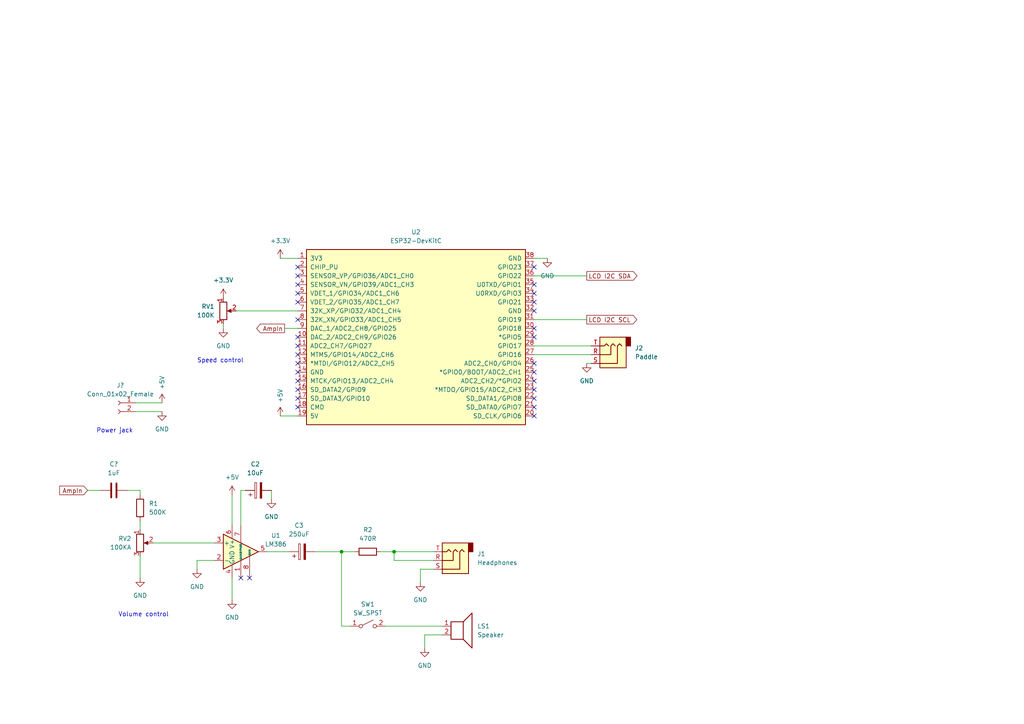
<source format=kicad_sch>
(kicad_sch (version 20211123) (generator eeschema)

  (uuid b49ae5d3-766a-4d64-94d4-9c78dafb6c46)

  (paper "A4")

  (lib_symbols
    (symbol "Amplifier_Audio:LM386" (pin_names (offset 0.127)) (in_bom yes) (on_board yes)
      (property "Reference" "U" (id 0) (at 1.27 7.62 0)
        (effects (font (size 1.27 1.27)) (justify left))
      )
      (property "Value" "LM386" (id 1) (at 1.27 5.08 0)
        (effects (font (size 1.27 1.27)) (justify left))
      )
      (property "Footprint" "" (id 2) (at 2.54 2.54 0)
        (effects (font (size 1.27 1.27)) hide)
      )
      (property "Datasheet" "http://www.ti.com/lit/ds/symlink/lm386.pdf" (id 3) (at 5.08 5.08 0)
        (effects (font (size 1.27 1.27)) hide)
      )
      (property "ki_keywords" "single Power opamp" (id 4) (at 0 0 0)
        (effects (font (size 1.27 1.27)) hide)
      )
      (property "ki_description" "Low Voltage Audio Power Amplifier, DIP-8/SOIC-8/SSOP-8" (id 5) (at 0 0 0)
        (effects (font (size 1.27 1.27)) hide)
      )
      (property "ki_fp_filters" "SOIC*3.9x4.9mm*P1.27mm* DIP*W7.62mm* MSSOP*P0.65mm* TSSOP*3x3mm*P0.5mm*" (id 6) (at 0 0 0)
        (effects (font (size 1.27 1.27)) hide)
      )
      (symbol "LM386_0_1"
        (polyline
          (pts
            (xy 5.08 0)
            (xy -5.08 5.08)
            (xy -5.08 -5.08)
            (xy 5.08 0)
          )
          (stroke (width 0.254) (type default) (color 0 0 0 0))
          (fill (type background))
        )
      )
      (symbol "LM386_1_1"
        (pin input line (at 0 -7.62 90) (length 5.08)
          (name "GAIN" (effects (font (size 0.508 0.508))))
          (number "1" (effects (font (size 1.27 1.27))))
        )
        (pin input line (at -7.62 -2.54 0) (length 2.54)
          (name "-" (effects (font (size 1.27 1.27))))
          (number "2" (effects (font (size 1.27 1.27))))
        )
        (pin input line (at -7.62 2.54 0) (length 2.54)
          (name "+" (effects (font (size 1.27 1.27))))
          (number "3" (effects (font (size 1.27 1.27))))
        )
        (pin power_in line (at -2.54 -7.62 90) (length 3.81)
          (name "GND" (effects (font (size 1.27 1.27))))
          (number "4" (effects (font (size 1.27 1.27))))
        )
        (pin output line (at 7.62 0 180) (length 2.54)
          (name "~" (effects (font (size 1.27 1.27))))
          (number "5" (effects (font (size 1.27 1.27))))
        )
        (pin power_in line (at -2.54 7.62 270) (length 3.81)
          (name "V+" (effects (font (size 1.27 1.27))))
          (number "6" (effects (font (size 1.27 1.27))))
        )
        (pin input line (at 0 7.62 270) (length 5.08)
          (name "BYPASS" (effects (font (size 0.508 0.508))))
          (number "7" (effects (font (size 1.27 1.27))))
        )
        (pin input line (at 2.54 -7.62 90) (length 6.35)
          (name "GAIN" (effects (font (size 0.508 0.508))))
          (number "8" (effects (font (size 1.27 1.27))))
        )
      )
    )
    (symbol "Connector:AudioJack3" (in_bom yes) (on_board yes)
      (property "Reference" "J" (id 0) (at 0 8.89 0)
        (effects (font (size 1.27 1.27)))
      )
      (property "Value" "AudioJack3" (id 1) (at 0 6.35 0)
        (effects (font (size 1.27 1.27)))
      )
      (property "Footprint" "" (id 2) (at 0 0 0)
        (effects (font (size 1.27 1.27)) hide)
      )
      (property "Datasheet" "~" (id 3) (at 0 0 0)
        (effects (font (size 1.27 1.27)) hide)
      )
      (property "ki_keywords" "audio jack receptacle stereo headphones phones TRS connector" (id 4) (at 0 0 0)
        (effects (font (size 1.27 1.27)) hide)
      )
      (property "ki_description" "Audio Jack, 3 Poles (Stereo / TRS)" (id 5) (at 0 0 0)
        (effects (font (size 1.27 1.27)) hide)
      )
      (property "ki_fp_filters" "Jack*" (id 6) (at 0 0 0)
        (effects (font (size 1.27 1.27)) hide)
      )
      (symbol "AudioJack3_0_1"
        (rectangle (start -5.08 -5.08) (end -6.35 -2.54)
          (stroke (width 0.254) (type default) (color 0 0 0 0))
          (fill (type outline))
        )
        (polyline
          (pts
            (xy 0 -2.54)
            (xy 0.635 -3.175)
            (xy 1.27 -2.54)
            (xy 2.54 -2.54)
          )
          (stroke (width 0.254) (type default) (color 0 0 0 0))
          (fill (type none))
        )
        (polyline
          (pts
            (xy -1.905 -2.54)
            (xy -1.27 -3.175)
            (xy -0.635 -2.54)
            (xy -0.635 0)
            (xy 2.54 0)
          )
          (stroke (width 0.254) (type default) (color 0 0 0 0))
          (fill (type none))
        )
        (polyline
          (pts
            (xy 2.54 2.54)
            (xy -2.54 2.54)
            (xy -2.54 -2.54)
            (xy -3.175 -3.175)
            (xy -3.81 -2.54)
          )
          (stroke (width 0.254) (type default) (color 0 0 0 0))
          (fill (type none))
        )
        (rectangle (start 2.54 3.81) (end -5.08 -5.08)
          (stroke (width 0.254) (type default) (color 0 0 0 0))
          (fill (type background))
        )
      )
      (symbol "AudioJack3_1_1"
        (pin passive line (at 5.08 0 180) (length 2.54)
          (name "~" (effects (font (size 1.27 1.27))))
          (number "R" (effects (font (size 1.27 1.27))))
        )
        (pin passive line (at 5.08 2.54 180) (length 2.54)
          (name "~" (effects (font (size 1.27 1.27))))
          (number "S" (effects (font (size 1.27 1.27))))
        )
        (pin passive line (at 5.08 -2.54 180) (length 2.54)
          (name "~" (effects (font (size 1.27 1.27))))
          (number "T" (effects (font (size 1.27 1.27))))
        )
      )
    )
    (symbol "Connector:Conn_01x02_Female" (pin_names (offset 1.016) hide) (in_bom yes) (on_board yes)
      (property "Reference" "J" (id 0) (at 0 2.54 0)
        (effects (font (size 1.27 1.27)))
      )
      (property "Value" "Conn_01x02_Female" (id 1) (at 0 -5.08 0)
        (effects (font (size 1.27 1.27)))
      )
      (property "Footprint" "" (id 2) (at 0 0 0)
        (effects (font (size 1.27 1.27)) hide)
      )
      (property "Datasheet" "~" (id 3) (at 0 0 0)
        (effects (font (size 1.27 1.27)) hide)
      )
      (property "ki_keywords" "connector" (id 4) (at 0 0 0)
        (effects (font (size 1.27 1.27)) hide)
      )
      (property "ki_description" "Generic connector, single row, 01x02, script generated (kicad-library-utils/schlib/autogen/connector/)" (id 5) (at 0 0 0)
        (effects (font (size 1.27 1.27)) hide)
      )
      (property "ki_fp_filters" "Connector*:*_1x??_*" (id 6) (at 0 0 0)
        (effects (font (size 1.27 1.27)) hide)
      )
      (symbol "Conn_01x02_Female_1_1"
        (arc (start 0 -2.032) (mid -0.508 -2.54) (end 0 -3.048)
          (stroke (width 0.1524) (type default) (color 0 0 0 0))
          (fill (type none))
        )
        (polyline
          (pts
            (xy -1.27 -2.54)
            (xy -0.508 -2.54)
          )
          (stroke (width 0.1524) (type default) (color 0 0 0 0))
          (fill (type none))
        )
        (polyline
          (pts
            (xy -1.27 0)
            (xy -0.508 0)
          )
          (stroke (width 0.1524) (type default) (color 0 0 0 0))
          (fill (type none))
        )
        (arc (start 0 0.508) (mid -0.508 0) (end 0 -0.508)
          (stroke (width 0.1524) (type default) (color 0 0 0 0))
          (fill (type none))
        )
        (pin passive line (at -5.08 0 0) (length 3.81)
          (name "Pin_1" (effects (font (size 1.27 1.27))))
          (number "1" (effects (font (size 1.27 1.27))))
        )
        (pin passive line (at -5.08 -2.54 0) (length 3.81)
          (name "Pin_2" (effects (font (size 1.27 1.27))))
          (number "2" (effects (font (size 1.27 1.27))))
        )
      )
    )
    (symbol "Device:C" (pin_numbers hide) (pin_names (offset 0.254)) (in_bom yes) (on_board yes)
      (property "Reference" "C" (id 0) (at 0.635 2.54 0)
        (effects (font (size 1.27 1.27)) (justify left))
      )
      (property "Value" "C" (id 1) (at 0.635 -2.54 0)
        (effects (font (size 1.27 1.27)) (justify left))
      )
      (property "Footprint" "" (id 2) (at 0.9652 -3.81 0)
        (effects (font (size 1.27 1.27)) hide)
      )
      (property "Datasheet" "~" (id 3) (at 0 0 0)
        (effects (font (size 1.27 1.27)) hide)
      )
      (property "ki_keywords" "cap capacitor" (id 4) (at 0 0 0)
        (effects (font (size 1.27 1.27)) hide)
      )
      (property "ki_description" "Unpolarized capacitor" (id 5) (at 0 0 0)
        (effects (font (size 1.27 1.27)) hide)
      )
      (property "ki_fp_filters" "C_*" (id 6) (at 0 0 0)
        (effects (font (size 1.27 1.27)) hide)
      )
      (symbol "C_0_1"
        (polyline
          (pts
            (xy -2.032 -0.762)
            (xy 2.032 -0.762)
          )
          (stroke (width 0.508) (type default) (color 0 0 0 0))
          (fill (type none))
        )
        (polyline
          (pts
            (xy -2.032 0.762)
            (xy 2.032 0.762)
          )
          (stroke (width 0.508) (type default) (color 0 0 0 0))
          (fill (type none))
        )
      )
      (symbol "C_1_1"
        (pin passive line (at 0 3.81 270) (length 2.794)
          (name "~" (effects (font (size 1.27 1.27))))
          (number "1" (effects (font (size 1.27 1.27))))
        )
        (pin passive line (at 0 -3.81 90) (length 2.794)
          (name "~" (effects (font (size 1.27 1.27))))
          (number "2" (effects (font (size 1.27 1.27))))
        )
      )
    )
    (symbol "Device:C_Polarized" (pin_numbers hide) (pin_names (offset 0.254)) (in_bom yes) (on_board yes)
      (property "Reference" "C" (id 0) (at 0.635 2.54 0)
        (effects (font (size 1.27 1.27)) (justify left))
      )
      (property "Value" "C_Polarized" (id 1) (at 0.635 -2.54 0)
        (effects (font (size 1.27 1.27)) (justify left))
      )
      (property "Footprint" "" (id 2) (at 0.9652 -3.81 0)
        (effects (font (size 1.27 1.27)) hide)
      )
      (property "Datasheet" "~" (id 3) (at 0 0 0)
        (effects (font (size 1.27 1.27)) hide)
      )
      (property "ki_keywords" "cap capacitor" (id 4) (at 0 0 0)
        (effects (font (size 1.27 1.27)) hide)
      )
      (property "ki_description" "Polarized capacitor" (id 5) (at 0 0 0)
        (effects (font (size 1.27 1.27)) hide)
      )
      (property "ki_fp_filters" "CP_*" (id 6) (at 0 0 0)
        (effects (font (size 1.27 1.27)) hide)
      )
      (symbol "C_Polarized_0_1"
        (rectangle (start -2.286 0.508) (end 2.286 1.016)
          (stroke (width 0) (type default) (color 0 0 0 0))
          (fill (type none))
        )
        (polyline
          (pts
            (xy -1.778 2.286)
            (xy -0.762 2.286)
          )
          (stroke (width 0) (type default) (color 0 0 0 0))
          (fill (type none))
        )
        (polyline
          (pts
            (xy -1.27 2.794)
            (xy -1.27 1.778)
          )
          (stroke (width 0) (type default) (color 0 0 0 0))
          (fill (type none))
        )
        (rectangle (start 2.286 -0.508) (end -2.286 -1.016)
          (stroke (width 0) (type default) (color 0 0 0 0))
          (fill (type outline))
        )
      )
      (symbol "C_Polarized_1_1"
        (pin passive line (at 0 3.81 270) (length 2.794)
          (name "~" (effects (font (size 1.27 1.27))))
          (number "1" (effects (font (size 1.27 1.27))))
        )
        (pin passive line (at 0 -3.81 90) (length 2.794)
          (name "~" (effects (font (size 1.27 1.27))))
          (number "2" (effects (font (size 1.27 1.27))))
        )
      )
    )
    (symbol "Device:R" (pin_numbers hide) (pin_names (offset 0)) (in_bom yes) (on_board yes)
      (property "Reference" "R" (id 0) (at 2.032 0 90)
        (effects (font (size 1.27 1.27)))
      )
      (property "Value" "R" (id 1) (at 0 0 90)
        (effects (font (size 1.27 1.27)))
      )
      (property "Footprint" "" (id 2) (at -1.778 0 90)
        (effects (font (size 1.27 1.27)) hide)
      )
      (property "Datasheet" "~" (id 3) (at 0 0 0)
        (effects (font (size 1.27 1.27)) hide)
      )
      (property "ki_keywords" "R res resistor" (id 4) (at 0 0 0)
        (effects (font (size 1.27 1.27)) hide)
      )
      (property "ki_description" "Resistor" (id 5) (at 0 0 0)
        (effects (font (size 1.27 1.27)) hide)
      )
      (property "ki_fp_filters" "R_*" (id 6) (at 0 0 0)
        (effects (font (size 1.27 1.27)) hide)
      )
      (symbol "R_0_1"
        (rectangle (start -1.016 -2.54) (end 1.016 2.54)
          (stroke (width 0.254) (type default) (color 0 0 0 0))
          (fill (type none))
        )
      )
      (symbol "R_1_1"
        (pin passive line (at 0 3.81 270) (length 1.27)
          (name "~" (effects (font (size 1.27 1.27))))
          (number "1" (effects (font (size 1.27 1.27))))
        )
        (pin passive line (at 0 -3.81 90) (length 1.27)
          (name "~" (effects (font (size 1.27 1.27))))
          (number "2" (effects (font (size 1.27 1.27))))
        )
      )
    )
    (symbol "Device:R_Potentiometer" (pin_names (offset 1.016) hide) (in_bom yes) (on_board yes)
      (property "Reference" "RV" (id 0) (at -4.445 0 90)
        (effects (font (size 1.27 1.27)))
      )
      (property "Value" "R_Potentiometer" (id 1) (at -2.54 0 90)
        (effects (font (size 1.27 1.27)))
      )
      (property "Footprint" "" (id 2) (at 0 0 0)
        (effects (font (size 1.27 1.27)) hide)
      )
      (property "Datasheet" "~" (id 3) (at 0 0 0)
        (effects (font (size 1.27 1.27)) hide)
      )
      (property "ki_keywords" "resistor variable" (id 4) (at 0 0 0)
        (effects (font (size 1.27 1.27)) hide)
      )
      (property "ki_description" "Potentiometer" (id 5) (at 0 0 0)
        (effects (font (size 1.27 1.27)) hide)
      )
      (property "ki_fp_filters" "Potentiometer*" (id 6) (at 0 0 0)
        (effects (font (size 1.27 1.27)) hide)
      )
      (symbol "R_Potentiometer_0_1"
        (polyline
          (pts
            (xy 2.54 0)
            (xy 1.524 0)
          )
          (stroke (width 0) (type default) (color 0 0 0 0))
          (fill (type none))
        )
        (polyline
          (pts
            (xy 1.143 0)
            (xy 2.286 0.508)
            (xy 2.286 -0.508)
            (xy 1.143 0)
          )
          (stroke (width 0) (type default) (color 0 0 0 0))
          (fill (type outline))
        )
        (rectangle (start 1.016 2.54) (end -1.016 -2.54)
          (stroke (width 0.254) (type default) (color 0 0 0 0))
          (fill (type none))
        )
      )
      (symbol "R_Potentiometer_1_1"
        (pin passive line (at 0 3.81 270) (length 1.27)
          (name "1" (effects (font (size 1.27 1.27))))
          (number "1" (effects (font (size 1.27 1.27))))
        )
        (pin passive line (at 3.81 0 180) (length 1.27)
          (name "2" (effects (font (size 1.27 1.27))))
          (number "2" (effects (font (size 1.27 1.27))))
        )
        (pin passive line (at 0 -3.81 90) (length 1.27)
          (name "3" (effects (font (size 1.27 1.27))))
          (number "3" (effects (font (size 1.27 1.27))))
        )
      )
    )
    (symbol "Device:Speaker" (pin_names (offset 0) hide) (in_bom yes) (on_board yes)
      (property "Reference" "LS" (id 0) (at 1.27 5.715 0)
        (effects (font (size 1.27 1.27)) (justify right))
      )
      (property "Value" "Speaker" (id 1) (at 1.27 3.81 0)
        (effects (font (size 1.27 1.27)) (justify right))
      )
      (property "Footprint" "" (id 2) (at 0 -5.08 0)
        (effects (font (size 1.27 1.27)) hide)
      )
      (property "Datasheet" "~" (id 3) (at -0.254 -1.27 0)
        (effects (font (size 1.27 1.27)) hide)
      )
      (property "ki_keywords" "speaker sound" (id 4) (at 0 0 0)
        (effects (font (size 1.27 1.27)) hide)
      )
      (property "ki_description" "Speaker" (id 5) (at 0 0 0)
        (effects (font (size 1.27 1.27)) hide)
      )
      (symbol "Speaker_0_0"
        (rectangle (start -2.54 1.27) (end 1.016 -3.81)
          (stroke (width 0.254) (type default) (color 0 0 0 0))
          (fill (type none))
        )
        (polyline
          (pts
            (xy 1.016 1.27)
            (xy 3.556 3.81)
            (xy 3.556 -6.35)
            (xy 1.016 -3.81)
          )
          (stroke (width 0.254) (type default) (color 0 0 0 0))
          (fill (type none))
        )
      )
      (symbol "Speaker_1_1"
        (pin input line (at -5.08 0 0) (length 2.54)
          (name "1" (effects (font (size 1.27 1.27))))
          (number "1" (effects (font (size 1.27 1.27))))
        )
        (pin input line (at -5.08 -2.54 0) (length 2.54)
          (name "2" (effects (font (size 1.27 1.27))))
          (number "2" (effects (font (size 1.27 1.27))))
        )
      )
    )
    (symbol "Espressif:ESP32-DevKitC" (pin_names (offset 1.016)) (in_bom yes) (on_board yes)
      (property "Reference" "U" (id 0) (at -30.48 30.48 0)
        (effects (font (size 1.27 1.27)) (justify left))
      )
      (property "Value" "ESP32-DevKitC" (id 1) (at -30.48 27.94 0)
        (effects (font (size 1.27 1.27)) (justify left))
      )
      (property "Footprint" "Espressif:ESP32-DevKitC" (id 2) (at 0 -27.94 0)
        (effects (font (size 1.27 1.27)) hide)
      )
      (property "Datasheet" "https://docs.espressif.com/projects/esp-idf/zh_CN/latest/esp32/hw-reference/esp32/get-started-devkitc.html" (id 3) (at 0 -30.48 0)
        (effects (font (size 1.27 1.27)) hide)
      )
      (property "ki_keywords" "ESP32" (id 4) (at 0 0 0)
        (effects (font (size 1.27 1.27)) hide)
      )
      (property "ki_description" "Development Kit" (id 5) (at 0 0 0)
        (effects (font (size 1.27 1.27)) hide)
      )
      (symbol "ESP32-DevKitC_0_0"
        (pin power_in line (at -33.02 -10.16 0) (length 2.54)
          (name "GND" (effects (font (size 1.27 1.27))))
          (number "14" (effects (font (size 1.27 1.27))))
        )
        (pin power_in line (at -33.02 -22.86 0) (length 2.54)
          (name "5V" (effects (font (size 1.27 1.27))))
          (number "19" (effects (font (size 1.27 1.27))))
        )
      )
      (symbol "ESP32-DevKitC_0_1"
        (rectangle (start -30.48 25.4) (end 33.02 -25.4)
          (stroke (width 0.254) (type default) (color 0 0 0 0))
          (fill (type background))
        )
      )
      (symbol "ESP32-DevKitC_1_1"
        (pin power_in line (at -33.02 22.86 0) (length 2.54)
          (name "3V3" (effects (font (size 1.27 1.27))))
          (number "1" (effects (font (size 1.27 1.27))))
        )
        (pin bidirectional line (at -33.02 0 0) (length 2.54)
          (name "DAC_2/ADC2_CH9/GPIO26" (effects (font (size 1.27 1.27))))
          (number "10" (effects (font (size 1.27 1.27))))
        )
        (pin bidirectional line (at -33.02 -2.54 0) (length 2.54)
          (name "ADC2_CH7/GPIO27" (effects (font (size 1.27 1.27))))
          (number "11" (effects (font (size 1.27 1.27))))
        )
        (pin bidirectional line (at -33.02 -5.08 0) (length 2.54)
          (name "MTMS/GPIO14/ADC2_CH6" (effects (font (size 1.27 1.27))))
          (number "12" (effects (font (size 1.27 1.27))))
        )
        (pin bidirectional line (at -33.02 -7.62 0) (length 2.54)
          (name "*MTDI/GPIO12/ADC2_CH5" (effects (font (size 1.27 1.27))))
          (number "13" (effects (font (size 1.27 1.27))))
        )
        (pin bidirectional line (at -33.02 -12.7 0) (length 2.54)
          (name "MTCK/GPIO13/ADC2_CH4" (effects (font (size 1.27 1.27))))
          (number "15" (effects (font (size 1.27 1.27))))
        )
        (pin bidirectional line (at -33.02 -15.24 0) (length 2.54)
          (name "SD_DATA2/GPIO9" (effects (font (size 1.27 1.27))))
          (number "16" (effects (font (size 1.27 1.27))))
        )
        (pin bidirectional line (at -33.02 -17.78 0) (length 2.54)
          (name "SD_DATA3/GPIO10" (effects (font (size 1.27 1.27))))
          (number "17" (effects (font (size 1.27 1.27))))
        )
        (pin bidirectional line (at -33.02 -20.32 0) (length 2.54)
          (name "CMD" (effects (font (size 1.27 1.27))))
          (number "18" (effects (font (size 1.27 1.27))))
        )
        (pin input line (at -33.02 20.32 0) (length 2.54)
          (name "CHIP_PU" (effects (font (size 1.27 1.27))))
          (number "2" (effects (font (size 1.27 1.27))))
        )
        (pin bidirectional line (at 35.56 -22.86 180) (length 2.54)
          (name "SD_CLK/GPIO6" (effects (font (size 1.27 1.27))))
          (number "20" (effects (font (size 1.27 1.27))))
        )
        (pin bidirectional line (at 35.56 -20.32 180) (length 2.54)
          (name "SD_DATA0/GPIO7" (effects (font (size 1.27 1.27))))
          (number "21" (effects (font (size 1.27 1.27))))
        )
        (pin bidirectional line (at 35.56 -17.78 180) (length 2.54)
          (name "SD_DATA1/GPIO8" (effects (font (size 1.27 1.27))))
          (number "22" (effects (font (size 1.27 1.27))))
        )
        (pin bidirectional line (at 35.56 -15.24 180) (length 2.54)
          (name "*MTDO/GPIO15/ADC2_CH3" (effects (font (size 1.27 1.27))))
          (number "23" (effects (font (size 1.27 1.27))))
        )
        (pin bidirectional line (at 35.56 -12.7 180) (length 2.54)
          (name "ADC2_CH2/*GPIO2" (effects (font (size 1.27 1.27))))
          (number "24" (effects (font (size 1.27 1.27))))
        )
        (pin bidirectional line (at 35.56 -10.16 180) (length 2.54)
          (name "*GPIO0/BOOT/ADC2_CH1" (effects (font (size 1.27 1.27))))
          (number "25" (effects (font (size 1.27 1.27))))
        )
        (pin bidirectional line (at 35.56 -7.62 180) (length 2.54)
          (name "ADC2_CH0/GPIO4" (effects (font (size 1.27 1.27))))
          (number "26" (effects (font (size 1.27 1.27))))
        )
        (pin bidirectional line (at 35.56 -5.08 180) (length 2.54)
          (name "GPIO16" (effects (font (size 1.27 1.27))))
          (number "27" (effects (font (size 1.27 1.27))))
        )
        (pin bidirectional line (at 35.56 -2.54 180) (length 2.54)
          (name "GPIO17" (effects (font (size 1.27 1.27))))
          (number "28" (effects (font (size 1.27 1.27))))
        )
        (pin bidirectional line (at 35.56 0 180) (length 2.54)
          (name "*GPIO5" (effects (font (size 1.27 1.27))))
          (number "29" (effects (font (size 1.27 1.27))))
        )
        (pin input line (at -33.02 17.78 0) (length 2.54)
          (name "SENSOR_VP/GPIO36/ADC1_CH0" (effects (font (size 1.27 1.27))))
          (number "3" (effects (font (size 1.27 1.27))))
        )
        (pin bidirectional line (at 35.56 2.54 180) (length 2.54)
          (name "GPIO18" (effects (font (size 1.27 1.27))))
          (number "30" (effects (font (size 1.27 1.27))))
        )
        (pin bidirectional line (at 35.56 5.08 180) (length 2.54)
          (name "GPIO19" (effects (font (size 1.27 1.27))))
          (number "31" (effects (font (size 1.27 1.27))))
        )
        (pin power_in line (at 35.56 7.62 180) (length 2.54)
          (name "GND" (effects (font (size 1.27 1.27))))
          (number "32" (effects (font (size 1.27 1.27))))
        )
        (pin bidirectional line (at 35.56 10.16 180) (length 2.54)
          (name "GPIO21" (effects (font (size 1.27 1.27))))
          (number "33" (effects (font (size 1.27 1.27))))
        )
        (pin bidirectional line (at 35.56 12.7 180) (length 2.54)
          (name "U0RXD/GPIO3" (effects (font (size 1.27 1.27))))
          (number "34" (effects (font (size 1.27 1.27))))
        )
        (pin bidirectional line (at 35.56 15.24 180) (length 2.54)
          (name "U0TXD/GPIO1" (effects (font (size 1.27 1.27))))
          (number "35" (effects (font (size 1.27 1.27))))
        )
        (pin bidirectional line (at 35.56 17.78 180) (length 2.54)
          (name "GPIO22" (effects (font (size 1.27 1.27))))
          (number "36" (effects (font (size 1.27 1.27))))
        )
        (pin bidirectional line (at 35.56 20.32 180) (length 2.54)
          (name "GPIO23" (effects (font (size 1.27 1.27))))
          (number "37" (effects (font (size 1.27 1.27))))
        )
        (pin power_in line (at 35.56 22.86 180) (length 2.54)
          (name "GND" (effects (font (size 1.27 1.27))))
          (number "38" (effects (font (size 1.27 1.27))))
        )
        (pin input line (at -33.02 15.24 0) (length 2.54)
          (name "SENSOR_VN/GPIO39/ADC1_CH3" (effects (font (size 1.27 1.27))))
          (number "4" (effects (font (size 1.27 1.27))))
        )
        (pin input line (at -33.02 12.7 0) (length 2.54)
          (name "VDET_1/GPIO34/ADC1_CH6" (effects (font (size 1.27 1.27))))
          (number "5" (effects (font (size 1.27 1.27))))
        )
        (pin input line (at -33.02 10.16 0) (length 2.54)
          (name "VDET_2/GPIO35/ADC1_CH7" (effects (font (size 1.27 1.27))))
          (number "6" (effects (font (size 1.27 1.27))))
        )
        (pin bidirectional line (at -33.02 7.62 0) (length 2.54)
          (name "32K_XP/GPIO32/ADC1_CH4" (effects (font (size 1.27 1.27))))
          (number "7" (effects (font (size 1.27 1.27))))
        )
        (pin bidirectional line (at -33.02 5.08 0) (length 2.54)
          (name "32K_XN/GPIO33/ADC1_CH5" (effects (font (size 1.27 1.27))))
          (number "8" (effects (font (size 1.27 1.27))))
        )
        (pin bidirectional line (at -33.02 2.54 0) (length 2.54)
          (name "DAC_1/ADC2_CH8/GPIO25" (effects (font (size 1.27 1.27))))
          (number "9" (effects (font (size 1.27 1.27))))
        )
      )
    )
    (symbol "Switch:SW_SPST" (pin_names (offset 0) hide) (in_bom yes) (on_board yes)
      (property "Reference" "SW" (id 0) (at 0 3.175 0)
        (effects (font (size 1.27 1.27)))
      )
      (property "Value" "SW_SPST" (id 1) (at 0 -2.54 0)
        (effects (font (size 1.27 1.27)))
      )
      (property "Footprint" "" (id 2) (at 0 0 0)
        (effects (font (size 1.27 1.27)) hide)
      )
      (property "Datasheet" "~" (id 3) (at 0 0 0)
        (effects (font (size 1.27 1.27)) hide)
      )
      (property "ki_keywords" "switch lever" (id 4) (at 0 0 0)
        (effects (font (size 1.27 1.27)) hide)
      )
      (property "ki_description" "Single Pole Single Throw (SPST) switch" (id 5) (at 0 0 0)
        (effects (font (size 1.27 1.27)) hide)
      )
      (symbol "SW_SPST_0_0"
        (circle (center -2.032 0) (radius 0.508)
          (stroke (width 0) (type default) (color 0 0 0 0))
          (fill (type none))
        )
        (polyline
          (pts
            (xy -1.524 0.254)
            (xy 1.524 1.778)
          )
          (stroke (width 0) (type default) (color 0 0 0 0))
          (fill (type none))
        )
        (circle (center 2.032 0) (radius 0.508)
          (stroke (width 0) (type default) (color 0 0 0 0))
          (fill (type none))
        )
      )
      (symbol "SW_SPST_1_1"
        (pin passive line (at -5.08 0 0) (length 2.54)
          (name "A" (effects (font (size 1.27 1.27))))
          (number "1" (effects (font (size 1.27 1.27))))
        )
        (pin passive line (at 5.08 0 180) (length 2.54)
          (name "B" (effects (font (size 1.27 1.27))))
          (number "2" (effects (font (size 1.27 1.27))))
        )
      )
    )
    (symbol "power:+3.3V" (power) (pin_names (offset 0)) (in_bom yes) (on_board yes)
      (property "Reference" "#PWR" (id 0) (at 0 -3.81 0)
        (effects (font (size 1.27 1.27)) hide)
      )
      (property "Value" "+3.3V" (id 1) (at 0 3.556 0)
        (effects (font (size 1.27 1.27)))
      )
      (property "Footprint" "" (id 2) (at 0 0 0)
        (effects (font (size 1.27 1.27)) hide)
      )
      (property "Datasheet" "" (id 3) (at 0 0 0)
        (effects (font (size 1.27 1.27)) hide)
      )
      (property "ki_keywords" "power-flag" (id 4) (at 0 0 0)
        (effects (font (size 1.27 1.27)) hide)
      )
      (property "ki_description" "Power symbol creates a global label with name \"+3.3V\"" (id 5) (at 0 0 0)
        (effects (font (size 1.27 1.27)) hide)
      )
      (symbol "+3.3V_0_1"
        (polyline
          (pts
            (xy -0.762 1.27)
            (xy 0 2.54)
          )
          (stroke (width 0) (type default) (color 0 0 0 0))
          (fill (type none))
        )
        (polyline
          (pts
            (xy 0 0)
            (xy 0 2.54)
          )
          (stroke (width 0) (type default) (color 0 0 0 0))
          (fill (type none))
        )
        (polyline
          (pts
            (xy 0 2.54)
            (xy 0.762 1.27)
          )
          (stroke (width 0) (type default) (color 0 0 0 0))
          (fill (type none))
        )
      )
      (symbol "+3.3V_1_1"
        (pin power_in line (at 0 0 90) (length 0) hide
          (name "+3.3V" (effects (font (size 1.27 1.27))))
          (number "1" (effects (font (size 1.27 1.27))))
        )
      )
    )
    (symbol "power:+5V" (power) (pin_names (offset 0)) (in_bom yes) (on_board yes)
      (property "Reference" "#PWR" (id 0) (at 0 -3.81 0)
        (effects (font (size 1.27 1.27)) hide)
      )
      (property "Value" "+5V" (id 1) (at 0 3.556 0)
        (effects (font (size 1.27 1.27)))
      )
      (property "Footprint" "" (id 2) (at 0 0 0)
        (effects (font (size 1.27 1.27)) hide)
      )
      (property "Datasheet" "" (id 3) (at 0 0 0)
        (effects (font (size 1.27 1.27)) hide)
      )
      (property "ki_keywords" "power-flag" (id 4) (at 0 0 0)
        (effects (font (size 1.27 1.27)) hide)
      )
      (property "ki_description" "Power symbol creates a global label with name \"+5V\"" (id 5) (at 0 0 0)
        (effects (font (size 1.27 1.27)) hide)
      )
      (symbol "+5V_0_1"
        (polyline
          (pts
            (xy -0.762 1.27)
            (xy 0 2.54)
          )
          (stroke (width 0) (type default) (color 0 0 0 0))
          (fill (type none))
        )
        (polyline
          (pts
            (xy 0 0)
            (xy 0 2.54)
          )
          (stroke (width 0) (type default) (color 0 0 0 0))
          (fill (type none))
        )
        (polyline
          (pts
            (xy 0 2.54)
            (xy 0.762 1.27)
          )
          (stroke (width 0) (type default) (color 0 0 0 0))
          (fill (type none))
        )
      )
      (symbol "+5V_1_1"
        (pin power_in line (at 0 0 90) (length 0) hide
          (name "+5V" (effects (font (size 1.27 1.27))))
          (number "1" (effects (font (size 1.27 1.27))))
        )
      )
    )
    (symbol "power:GND" (power) (pin_names (offset 0)) (in_bom yes) (on_board yes)
      (property "Reference" "#PWR" (id 0) (at 0 -6.35 0)
        (effects (font (size 1.27 1.27)) hide)
      )
      (property "Value" "GND" (id 1) (at 0 -3.81 0)
        (effects (font (size 1.27 1.27)))
      )
      (property "Footprint" "" (id 2) (at 0 0 0)
        (effects (font (size 1.27 1.27)) hide)
      )
      (property "Datasheet" "" (id 3) (at 0 0 0)
        (effects (font (size 1.27 1.27)) hide)
      )
      (property "ki_keywords" "power-flag" (id 4) (at 0 0 0)
        (effects (font (size 1.27 1.27)) hide)
      )
      (property "ki_description" "Power symbol creates a global label with name \"GND\" , ground" (id 5) (at 0 0 0)
        (effects (font (size 1.27 1.27)) hide)
      )
      (symbol "GND_0_1"
        (polyline
          (pts
            (xy 0 0)
            (xy 0 -1.27)
            (xy 1.27 -1.27)
            (xy 0 -2.54)
            (xy -1.27 -1.27)
            (xy 0 -1.27)
          )
          (stroke (width 0) (type default) (color 0 0 0 0))
          (fill (type none))
        )
      )
      (symbol "GND_1_1"
        (pin power_in line (at 0 0 270) (length 0) hide
          (name "GND" (effects (font (size 1.27 1.27))))
          (number "1" (effects (font (size 1.27 1.27))))
        )
      )
    )
  )

  (junction (at 114.3 160.02) (diameter 0) (color 0 0 0 0)
    (uuid 56c2ffe4-2855-43c6-864d-a753f54513fa)
  )
  (junction (at 99.06 160.02) (diameter 0) (color 0 0 0 0)
    (uuid 89dbd1a0-a0b4-454d-af77-4307ed1007f3)
  )

  (no_connect (at 86.36 115.57) (uuid 413523a0-49b3-4384-9813-0397a638364a))
  (no_connect (at 86.36 107.95) (uuid 413523a0-49b3-4384-9813-0397a638364b))
  (no_connect (at 154.94 90.17) (uuid 50e162db-f3b2-44f7-a3c1-73e63d385767))
  (no_connect (at 154.94 97.79) (uuid 50e162db-f3b2-44f7-a3c1-73e63d385768))
  (no_connect (at 154.94 95.25) (uuid 50e162db-f3b2-44f7-a3c1-73e63d385769))
  (no_connect (at 154.94 113.03) (uuid 50e162db-f3b2-44f7-a3c1-73e63d38576a))
  (no_connect (at 154.94 120.65) (uuid 50e162db-f3b2-44f7-a3c1-73e63d38576b))
  (no_connect (at 154.94 118.11) (uuid 50e162db-f3b2-44f7-a3c1-73e63d38576c))
  (no_connect (at 154.94 115.57) (uuid 50e162db-f3b2-44f7-a3c1-73e63d38576d))
  (no_connect (at 154.94 105.41) (uuid 50e162db-f3b2-44f7-a3c1-73e63d38576e))
  (no_connect (at 154.94 110.49) (uuid 50e162db-f3b2-44f7-a3c1-73e63d38576f))
  (no_connect (at 154.94 107.95) (uuid 50e162db-f3b2-44f7-a3c1-73e63d385770))
  (no_connect (at 154.94 77.47) (uuid 50e162db-f3b2-44f7-a3c1-73e63d385771))
  (no_connect (at 154.94 87.63) (uuid 50e162db-f3b2-44f7-a3c1-73e63d385772))
  (no_connect (at 154.94 85.09) (uuid 50e162db-f3b2-44f7-a3c1-73e63d385773))
  (no_connect (at 154.94 82.55) (uuid 50e162db-f3b2-44f7-a3c1-73e63d385774))
  (no_connect (at 86.36 77.47) (uuid a4679b5b-60b2-4441-a1da-4924a5c72451))
  (no_connect (at 86.36 80.01) (uuid a4679b5b-60b2-4441-a1da-4924a5c72452))
  (no_connect (at 86.36 82.55) (uuid a4679b5b-60b2-4441-a1da-4924a5c72453))
  (no_connect (at 86.36 85.09) (uuid a4679b5b-60b2-4441-a1da-4924a5c72454))
  (no_connect (at 86.36 87.63) (uuid a4679b5b-60b2-4441-a1da-4924a5c72455))
  (no_connect (at 86.36 92.71) (uuid a4679b5b-60b2-4441-a1da-4924a5c72456))
  (no_connect (at 86.36 97.79) (uuid a4679b5b-60b2-4441-a1da-4924a5c72457))
  (no_connect (at 86.36 100.33) (uuid a4679b5b-60b2-4441-a1da-4924a5c72458))
  (no_connect (at 86.36 102.87) (uuid a4679b5b-60b2-4441-a1da-4924a5c72459))
  (no_connect (at 86.36 105.41) (uuid a4679b5b-60b2-4441-a1da-4924a5c7245a))
  (no_connect (at 86.36 113.03) (uuid a4679b5b-60b2-4441-a1da-4924a5c7245b))
  (no_connect (at 86.36 110.49) (uuid a4679b5b-60b2-4441-a1da-4924a5c7245c))
  (no_connect (at 86.36 118.11) (uuid a4679b5b-60b2-4441-a1da-4924a5c7245d))
  (no_connect (at 72.39 167.64) (uuid a8be0d38-2ce4-42cd-ba79-3a90479dc828))
  (no_connect (at 69.85 167.64) (uuid a8be0d38-2ce4-42cd-ba79-3a90479dc829))

  (wire (pts (xy 110.49 160.02) (xy 114.3 160.02))
    (stroke (width 0) (type default) (color 0 0 0 0))
    (uuid 01c90378-859f-47cc-afa3-8607ddb56ffd)
  )
  (wire (pts (xy 36.83 142.24) (xy 40.64 142.24))
    (stroke (width 0) (type default) (color 0 0 0 0))
    (uuid 023b5f0d-a251-42b4-b6ef-82874a533935)
  )
  (wire (pts (xy 67.31 143.51) (xy 67.31 152.4))
    (stroke (width 0) (type default) (color 0 0 0 0))
    (uuid 057b8da0-4ffd-4502-91c4-e8454c649ec9)
  )
  (wire (pts (xy 99.06 181.61) (xy 101.6 181.61))
    (stroke (width 0) (type default) (color 0 0 0 0))
    (uuid 104774a5-447b-4dde-80bd-ae329a4b1992)
  )
  (wire (pts (xy 25.4 142.24) (xy 29.21 142.24))
    (stroke (width 0) (type default) (color 0 0 0 0))
    (uuid 11080abe-d099-4320-aa63-eb4c2a915385)
  )
  (wire (pts (xy 39.37 116.84) (xy 46.99 116.84))
    (stroke (width 0) (type default) (color 0 0 0 0))
    (uuid 12e915f8-8eb7-4e1f-b9fd-adc56de70fba)
  )
  (wire (pts (xy 121.92 165.1) (xy 121.92 168.91))
    (stroke (width 0) (type default) (color 0 0 0 0))
    (uuid 169531ab-1554-4c55-9d03-e3095debf32a)
  )
  (wire (pts (xy 158.75 74.93) (xy 154.94 74.93))
    (stroke (width 0) (type default) (color 0 0 0 0))
    (uuid 1b418152-4d02-45cd-a7d7-6eff9ca6e7da)
  )
  (wire (pts (xy 125.73 162.56) (xy 114.3 162.56))
    (stroke (width 0) (type default) (color 0 0 0 0))
    (uuid 1eaff9d4-c285-4c20-a620-df3a22966746)
  )
  (wire (pts (xy 57.15 165.1) (xy 57.15 162.56))
    (stroke (width 0) (type default) (color 0 0 0 0))
    (uuid 221e6054-3c99-466e-bc31-880375db9869)
  )
  (wire (pts (xy 40.64 151.13) (xy 40.64 153.67))
    (stroke (width 0) (type default) (color 0 0 0 0))
    (uuid 28149e32-676a-429d-9c13-1f3ac944d2d2)
  )
  (wire (pts (xy 123.19 184.15) (xy 128.27 184.15))
    (stroke (width 0) (type default) (color 0 0 0 0))
    (uuid 3649e618-20b2-4c01-b936-035d0f788c74)
  )
  (wire (pts (xy 67.31 167.64) (xy 67.31 173.99))
    (stroke (width 0) (type default) (color 0 0 0 0))
    (uuid 390ba5e9-24a5-4f4f-98f2-4435e7ceb503)
  )
  (wire (pts (xy 154.94 80.01) (xy 170.18 80.01))
    (stroke (width 0) (type default) (color 0 0 0 0))
    (uuid 3b12f60a-3b9f-47fe-9cf7-faabbb804504)
  )
  (wire (pts (xy 64.77 93.98) (xy 64.77 95.25))
    (stroke (width 0) (type default) (color 0 0 0 0))
    (uuid 42679339-8350-4c60-9719-c8ea312d5dcf)
  )
  (wire (pts (xy 114.3 160.02) (xy 125.73 160.02))
    (stroke (width 0) (type default) (color 0 0 0 0))
    (uuid 48a23d7d-5068-43f7-b9f2-56e0464a89a6)
  )
  (wire (pts (xy 125.73 165.1) (xy 121.92 165.1))
    (stroke (width 0) (type default) (color 0 0 0 0))
    (uuid 4c3e073e-dfad-4d45-8764-4c2bb0de8694)
  )
  (wire (pts (xy 99.06 160.02) (xy 102.87 160.02))
    (stroke (width 0) (type default) (color 0 0 0 0))
    (uuid 537bcdfe-62c4-436d-bcf0-a9549b10cccd)
  )
  (wire (pts (xy 81.28 120.65) (xy 86.36 120.65))
    (stroke (width 0) (type default) (color 0 0 0 0))
    (uuid 597c8607-20d4-4606-9cfa-3177ed3d9fe2)
  )
  (wire (pts (xy 154.94 92.71) (xy 170.18 92.71))
    (stroke (width 0) (type default) (color 0 0 0 0))
    (uuid 615b7415-9c93-4b56-a24e-592cd7029c18)
  )
  (wire (pts (xy 44.45 157.48) (xy 62.23 157.48))
    (stroke (width 0) (type default) (color 0 0 0 0))
    (uuid 659073df-1eef-48ab-ae8a-daba45b5ce99)
  )
  (wire (pts (xy 154.94 100.33) (xy 171.45 100.33))
    (stroke (width 0) (type default) (color 0 0 0 0))
    (uuid 7e0b9eab-9b34-426c-b744-4976b3f54038)
  )
  (wire (pts (xy 114.3 160.02) (xy 114.3 162.56))
    (stroke (width 0) (type default) (color 0 0 0 0))
    (uuid 85ab2a4d-2d0f-417a-810c-4e709401e4a5)
  )
  (wire (pts (xy 86.36 90.17) (xy 68.58 90.17))
    (stroke (width 0) (type default) (color 0 0 0 0))
    (uuid 94dc137a-7299-4149-9023-caf6f446d82d)
  )
  (wire (pts (xy 91.44 160.02) (xy 99.06 160.02))
    (stroke (width 0) (type default) (color 0 0 0 0))
    (uuid 9dcb4dde-a567-4513-a5d7-5f7faf8ee7c9)
  )
  (wire (pts (xy 40.64 161.29) (xy 40.64 167.64))
    (stroke (width 0) (type default) (color 0 0 0 0))
    (uuid a1872019-67f9-4344-b58a-06ce79aa2aa5)
  )
  (wire (pts (xy 154.94 102.87) (xy 171.45 102.87))
    (stroke (width 0) (type default) (color 0 0 0 0))
    (uuid a1e7da7c-cc8e-43e6-8302-3b55813737a5)
  )
  (wire (pts (xy 40.64 142.24) (xy 40.64 143.51))
    (stroke (width 0) (type default) (color 0 0 0 0))
    (uuid b057a7c3-e154-4597-899d-7e46f3a1401e)
  )
  (wire (pts (xy 39.37 119.38) (xy 46.99 119.38))
    (stroke (width 0) (type default) (color 0 0 0 0))
    (uuid b25d8b0c-9411-4159-a646-fbb711448f5c)
  )
  (wire (pts (xy 99.06 181.61) (xy 99.06 160.02))
    (stroke (width 0) (type default) (color 0 0 0 0))
    (uuid b80f8a64-5834-4e65-bf21-343355c3f6d1)
  )
  (wire (pts (xy 69.85 142.24) (xy 69.85 152.4))
    (stroke (width 0) (type default) (color 0 0 0 0))
    (uuid b92cc014-82d6-4f75-b61e-cb054be1e6b3)
  )
  (wire (pts (xy 81.28 74.93) (xy 86.36 74.93))
    (stroke (width 0) (type default) (color 0 0 0 0))
    (uuid b97ccdd4-797b-4131-8c92-9268ae7b1e8b)
  )
  (wire (pts (xy 170.18 105.41) (xy 171.45 105.41))
    (stroke (width 0) (type default) (color 0 0 0 0))
    (uuid bd429eb7-baf6-416a-b5ad-7e5576ba743a)
  )
  (wire (pts (xy 82.55 95.25) (xy 86.36 95.25))
    (stroke (width 0) (type default) (color 0 0 0 0))
    (uuid d2eea800-2db0-4eda-8888-7ef46962fdbe)
  )
  (wire (pts (xy 71.12 142.24) (xy 69.85 142.24))
    (stroke (width 0) (type default) (color 0 0 0 0))
    (uuid d3e5774d-edd9-4d81-bbf9-ab8142a3fe01)
  )
  (wire (pts (xy 123.19 187.96) (xy 123.19 184.15))
    (stroke (width 0) (type default) (color 0 0 0 0))
    (uuid da65b920-2039-46e9-83fa-1c5f62bf0faa)
  )
  (wire (pts (xy 78.74 142.24) (xy 78.74 144.78))
    (stroke (width 0) (type default) (color 0 0 0 0))
    (uuid ec36378a-fbcc-47d6-9c1f-a5ffb970bfcf)
  )
  (wire (pts (xy 77.47 160.02) (xy 83.82 160.02))
    (stroke (width 0) (type default) (color 0 0 0 0))
    (uuid ecc3b007-f922-4fad-aee4-b54a4a3a6f30)
  )
  (wire (pts (xy 57.15 162.56) (xy 62.23 162.56))
    (stroke (width 0) (type default) (color 0 0 0 0))
    (uuid f4126899-0343-4982-a830-a66b9beaefb6)
  )
  (wire (pts (xy 111.76 181.61) (xy 128.27 181.61))
    (stroke (width 0) (type default) (color 0 0 0 0))
    (uuid fbcd0fdf-1fd2-42ba-82a6-d0f24a8ae2a8)
  )

  (text "Volume control" (at 34.29 179.07 0)
    (effects (font (size 1.27 1.27)) (justify left bottom))
    (uuid 105279fa-147d-4f22-a8f5-d4d5c1be3f64)
  )
  (text "Speed control" (at 57.15 105.41 0)
    (effects (font (size 1.27 1.27)) (justify left bottom))
    (uuid 12dcc7ed-17ac-48ce-8234-50bc4031b752)
  )
  (text "Power jack\n" (at 27.94 125.73 0)
    (effects (font (size 1.27 1.27)) (justify left bottom))
    (uuid 8b4ae065-2efa-463b-b1ac-13b52734d833)
  )

  (global_label "LCD I2C SDA" (shape output) (at 170.18 80.01 0) (fields_autoplaced)
    (effects (font (size 1.27 1.27)) (justify left))
    (uuid 1bfe78aa-3198-4c6c-97fa-91489de318b8)
    (property "Intersheet References" "${INTERSHEET_REFS}" (id 0) (at 184.7488 79.9306 0)
      (effects (font (size 1.27 1.27)) (justify left) hide)
    )
  )
  (global_label "AmpIn" (shape output) (at 82.55 95.25 180) (fields_autoplaced)
    (effects (font (size 1.27 1.27)) (justify right))
    (uuid 716ba5fb-1512-4451-98a7-311ddba878fb)
    (property "Intersheet References" "${INTERSHEET_REFS}" (id 0) (at 74.4521 95.1706 0)
      (effects (font (size 1.27 1.27)) (justify right) hide)
    )
  )
  (global_label "LCD I2C SCL" (shape output) (at 170.18 92.71 0) (fields_autoplaced)
    (effects (font (size 1.27 1.27)) (justify left))
    (uuid b2b74936-a792-4486-a003-a4f71105f858)
    (property "Intersheet References" "${INTERSHEET_REFS}" (id 0) (at 184.6883 92.6306 0)
      (effects (font (size 1.27 1.27)) (justify left) hide)
    )
  )
  (global_label "AmpIn" (shape input) (at 25.4 142.24 180) (fields_autoplaced)
    (effects (font (size 1.27 1.27)) (justify right))
    (uuid fdd2750a-0c2c-452c-8b91-41933146ebe4)
    (property "Intersheet References" "${INTERSHEET_REFS}" (id 0) (at 17.3021 142.1606 0)
      (effects (font (size 1.27 1.27)) (justify right) hide)
    )
  )

  (symbol (lib_id "Connector:AudioJack3") (at 176.53 102.87 180) (unit 1)
    (in_bom yes) (on_board yes) (fields_autoplaced)
    (uuid 0069f2e3-072c-4c57-a7e2-1bdc10d1143e)
    (property "Reference" "J2" (id 0) (at 184.15 100.9649 0)
      (effects (font (size 1.27 1.27)) (justify right))
    )
    (property "Value" "Paddle" (id 1) (at 184.15 103.5049 0)
      (effects (font (size 1.27 1.27)) (justify right))
    )
    (property "Footprint" "" (id 2) (at 176.53 102.87 0)
      (effects (font (size 1.27 1.27)) hide)
    )
    (property "Datasheet" "~" (id 3) (at 176.53 102.87 0)
      (effects (font (size 1.27 1.27)) hide)
    )
    (pin "R" (uuid ad13f403-825e-4c8a-9dca-2925517eed71))
    (pin "S" (uuid c10cf809-ac90-43af-85e7-29ee646e39ff))
    (pin "T" (uuid c35e1154-ed3d-4535-819b-189aa61b6237))
  )

  (symbol (lib_id "Espressif:ESP32-DevKitC") (at 119.38 97.79 0) (unit 1)
    (in_bom yes) (on_board yes) (fields_autoplaced)
    (uuid 03a3b713-58ac-465f-8fc5-6b37b9c0e95d)
    (property "Reference" "U2" (id 0) (at 120.65 67.31 0))
    (property "Value" "ESP32-DevKitC" (id 1) (at 120.65 69.85 0))
    (property "Footprint" "Espressif:ESP32-DevKitC" (id 2) (at 119.38 125.73 0)
      (effects (font (size 1.27 1.27)) hide)
    )
    (property "Datasheet" "https://docs.espressif.com/projects/esp-idf/zh_CN/latest/esp32/hw-reference/esp32/get-started-devkitc.html" (id 3) (at 119.38 128.27 0)
      (effects (font (size 1.27 1.27)) hide)
    )
    (pin "14" (uuid a36e5d32-bf4d-489c-94e0-ba3acd8ff182))
    (pin "19" (uuid 5e8a39e9-c071-42d6-b1b4-b4c0bbaa238a))
    (pin "1" (uuid 6cb435f5-b7fd-4366-9a6b-2689bc086947))
    (pin "10" (uuid f689a2f5-7e52-43e5-b176-536f3c69f6e9))
    (pin "11" (uuid 66e82d9a-eca8-461d-a2a6-edff17c75076))
    (pin "12" (uuid 3c766954-5862-4f8d-906d-0457ee9f213d))
    (pin "13" (uuid c2c54a14-7b31-4ad6-b5de-7e261286f030))
    (pin "15" (uuid 0e9481f4-a31e-4828-8d83-f98eb10c90b1))
    (pin "16" (uuid f246c6f8-64ea-457c-9d64-3c03b8d7a7b0))
    (pin "17" (uuid e85af266-892e-4d4f-aa3f-444fb1bc099d))
    (pin "18" (uuid c9b833a3-dd7f-4a02-a77d-1508d1beaabc))
    (pin "2" (uuid 4cd150e8-473f-42d6-929b-495aa6523b39))
    (pin "20" (uuid a4c51a2b-f8db-4515-9a71-44d48d10965d))
    (pin "21" (uuid 0bb74a56-d181-4280-a6c4-9e4a7dd52e0d))
    (pin "22" (uuid 70c4324a-47a2-4f07-870d-b2f899ecaefc))
    (pin "23" (uuid 72274ad6-cb32-4e3b-bd87-1a7e32952ac5))
    (pin "24" (uuid d9e0093e-3be8-4f09-9710-b2d8b9e586e5))
    (pin "25" (uuid 5e067eaa-51b4-4426-8d43-106bc5402f1e))
    (pin "26" (uuid 1529a8da-dde5-44e3-bf8e-f5dc7d2f335c))
    (pin "27" (uuid f550b9ba-ef5e-481e-b6dd-47a8a6327cb2))
    (pin "28" (uuid d66541a2-d853-4b39-a484-e23b86d0d782))
    (pin "29" (uuid 0d0d3691-a216-469b-94d6-ec14cab489f4))
    (pin "3" (uuid b6aa5a66-bb7d-4439-b113-b6de9143cd2c))
    (pin "30" (uuid a45d747c-a6ac-484d-b2ad-98cb04eda6f8))
    (pin "31" (uuid 4a66462a-8079-41a7-a687-e958b3d99174))
    (pin "32" (uuid 4a596a11-68bc-4cde-94d2-05eb221991bd))
    (pin "33" (uuid fa1936b2-1965-4578-82b1-d79bc5df0a7e))
    (pin "34" (uuid 4537feda-924d-4059-a0ed-b6fc104671ae))
    (pin "35" (uuid ee21159c-1ce5-4c58-a862-769980d1e387))
    (pin "36" (uuid 05c8047f-118e-44d1-b075-6b7be82618c6))
    (pin "37" (uuid 645bf562-009f-4474-bac6-02d41d6a77d1))
    (pin "38" (uuid f184f771-e79b-4c5d-9fba-238d3baa4405))
    (pin "4" (uuid b8366392-e2e2-4629-b4e6-7eef4ec4c557))
    (pin "5" (uuid 73f4e0f4-671b-4bfc-9ac2-ea80d99b22c3))
    (pin "6" (uuid 2ae652fb-716b-4576-a5fc-50bbede665fa))
    (pin "7" (uuid a4c5c167-629a-47ea-a374-99967a540199))
    (pin "8" (uuid 794e4683-f56f-4b31-8f91-1a0a5a5f9106))
    (pin "9" (uuid a0fd7fb5-1098-4e96-93fb-5290f6cd449d))
  )

  (symbol (lib_id "Device:C_Polarized") (at 87.63 160.02 90) (unit 1)
    (in_bom yes) (on_board yes) (fields_autoplaced)
    (uuid 03ce4dac-7da5-41cb-8d95-0afba788c331)
    (property "Reference" "C3" (id 0) (at 86.741 152.4 90))
    (property "Value" "250uF" (id 1) (at 86.741 154.94 90))
    (property "Footprint" "" (id 2) (at 91.44 159.0548 0)
      (effects (font (size 1.27 1.27)) hide)
    )
    (property "Datasheet" "~" (id 3) (at 87.63 160.02 0)
      (effects (font (size 1.27 1.27)) hide)
    )
    (pin "1" (uuid 7be39020-36fd-4f7a-81a2-62952cdf29bc))
    (pin "2" (uuid b10caeab-d9db-443d-8b69-406951604054))
  )

  (symbol (lib_id "power:GND") (at 158.75 74.93 0) (unit 1)
    (in_bom yes) (on_board yes) (fields_autoplaced)
    (uuid 04102b33-cbfc-49c6-afe4-b1acd17b39d0)
    (property "Reference" "#PWR011" (id 0) (at 158.75 81.28 0)
      (effects (font (size 1.27 1.27)) hide)
    )
    (property "Value" "GND" (id 1) (at 158.75 80.01 0))
    (property "Footprint" "" (id 2) (at 158.75 74.93 0)
      (effects (font (size 1.27 1.27)) hide)
    )
    (property "Datasheet" "" (id 3) (at 158.75 74.93 0)
      (effects (font (size 1.27 1.27)) hide)
    )
    (pin "1" (uuid 8f23a951-8308-463a-99a0-09a71f3d8e42))
  )

  (symbol (lib_id "Device:R") (at 106.68 160.02 90) (unit 1)
    (in_bom yes) (on_board yes) (fields_autoplaced)
    (uuid 12be8a0f-30fa-4c6e-ade9-5a02b03faad7)
    (property "Reference" "R2" (id 0) (at 106.68 153.67 90))
    (property "Value" "470R" (id 1) (at 106.68 156.21 90))
    (property "Footprint" "" (id 2) (at 106.68 161.798 90)
      (effects (font (size 1.27 1.27)) hide)
    )
    (property "Datasheet" "~" (id 3) (at 106.68 160.02 0)
      (effects (font (size 1.27 1.27)) hide)
    )
    (pin "1" (uuid 10d90a3a-6f2a-43ef-8dd2-98f88cae51f9))
    (pin "2" (uuid 4a3e49f3-f87c-4ce2-9517-67b136688265))
  )

  (symbol (lib_id "power:GND") (at 57.15 165.1 0) (unit 1)
    (in_bom yes) (on_board yes) (fields_autoplaced)
    (uuid 29ddb990-bb81-4ce8-acd3-831ad1d37deb)
    (property "Reference" "#PWR04" (id 0) (at 57.15 171.45 0)
      (effects (font (size 1.27 1.27)) hide)
    )
    (property "Value" "GND" (id 1) (at 57.15 170.18 0))
    (property "Footprint" "" (id 2) (at 57.15 165.1 0)
      (effects (font (size 1.27 1.27)) hide)
    )
    (property "Datasheet" "" (id 3) (at 57.15 165.1 0)
      (effects (font (size 1.27 1.27)) hide)
    )
    (pin "1" (uuid 086b3a26-da11-4327-8098-19275573a9d7))
  )

  (symbol (lib_id "Device:C_Polarized") (at 74.93 142.24 90) (unit 1)
    (in_bom yes) (on_board yes) (fields_autoplaced)
    (uuid 2a3e9bda-b267-4895-a809-86fb88da3968)
    (property "Reference" "C2" (id 0) (at 74.041 134.62 90))
    (property "Value" "10uF" (id 1) (at 74.041 137.16 90))
    (property "Footprint" "" (id 2) (at 78.74 141.2748 0)
      (effects (font (size 1.27 1.27)) hide)
    )
    (property "Datasheet" "~" (id 3) (at 74.93 142.24 0)
      (effects (font (size 1.27 1.27)) hide)
    )
    (pin "1" (uuid 85c9ed3a-8141-46d2-bc65-f2e20b1457af))
    (pin "2" (uuid b395bbe9-891e-40c0-ae4e-8ec74f3ff80a))
  )

  (symbol (lib_id "Switch:SW_SPST") (at 106.68 181.61 0) (unit 1)
    (in_bom yes) (on_board yes) (fields_autoplaced)
    (uuid 2d01d3fc-e53c-4d02-950c-8218b212491a)
    (property "Reference" "SW1" (id 0) (at 106.68 175.26 0))
    (property "Value" "SW_SPST" (id 1) (at 106.68 177.8 0))
    (property "Footprint" "" (id 2) (at 106.68 181.61 0)
      (effects (font (size 1.27 1.27)) hide)
    )
    (property "Datasheet" "~" (id 3) (at 106.68 181.61 0)
      (effects (font (size 1.27 1.27)) hide)
    )
    (pin "1" (uuid c9a4cea4-0301-4ae7-8145-f4196f7bcfc1))
    (pin "2" (uuid 9dc92bb1-bdb1-4238-b49c-913783f96292))
  )

  (symbol (lib_id "power:GND") (at 121.92 168.91 0) (unit 1)
    (in_bom yes) (on_board yes) (fields_autoplaced)
    (uuid 2d37340b-302a-42e2-a43b-194dff5b3bb3)
    (property "Reference" "#PWR09" (id 0) (at 121.92 175.26 0)
      (effects (font (size 1.27 1.27)) hide)
    )
    (property "Value" "GND" (id 1) (at 121.92 173.99 0))
    (property "Footprint" "" (id 2) (at 121.92 168.91 0)
      (effects (font (size 1.27 1.27)) hide)
    )
    (property "Datasheet" "" (id 3) (at 121.92 168.91 0)
      (effects (font (size 1.27 1.27)) hide)
    )
    (pin "1" (uuid b0ba21c4-a38b-441d-9ce4-4024621f0173))
  )

  (symbol (lib_id "Device:Speaker") (at 133.35 181.61 0) (unit 1)
    (in_bom yes) (on_board yes) (fields_autoplaced)
    (uuid 3a65dd4e-4a9c-44eb-b3ba-4df3fe547863)
    (property "Reference" "LS1" (id 0) (at 138.43 181.6099 0)
      (effects (font (size 1.27 1.27)) (justify left))
    )
    (property "Value" "Speaker" (id 1) (at 138.43 184.1499 0)
      (effects (font (size 1.27 1.27)) (justify left))
    )
    (property "Footprint" "" (id 2) (at 133.35 186.69 0)
      (effects (font (size 1.27 1.27)) hide)
    )
    (property "Datasheet" "~" (id 3) (at 133.096 182.88 0)
      (effects (font (size 1.27 1.27)) hide)
    )
    (pin "1" (uuid 1b6a5b36-dc00-4db9-900e-298039e5ce25))
    (pin "2" (uuid 6bf9d27b-2e23-4889-8518-650fc4752b0d))
  )

  (symbol (lib_id "power:+5V") (at 67.31 143.51 0) (unit 1)
    (in_bom yes) (on_board yes) (fields_autoplaced)
    (uuid 4a1e287a-a9c1-4644-86ec-02aa31f6635c)
    (property "Reference" "#PWR05" (id 0) (at 67.31 147.32 0)
      (effects (font (size 1.27 1.27)) hide)
    )
    (property "Value" "+5V" (id 1) (at 67.31 138.43 0))
    (property "Footprint" "" (id 2) (at 67.31 143.51 0)
      (effects (font (size 1.27 1.27)) hide)
    )
    (property "Datasheet" "" (id 3) (at 67.31 143.51 0)
      (effects (font (size 1.27 1.27)) hide)
    )
    (pin "1" (uuid 81360a90-bba7-4f81-8cb1-6fc10c2e208b))
  )

  (symbol (lib_id "power:+5V") (at 46.99 116.84 0) (unit 1)
    (in_bom yes) (on_board yes)
    (uuid 4fd8459b-3833-4cec-b889-5d101f3e1c81)
    (property "Reference" "#PWR?" (id 0) (at 46.99 120.65 0)
      (effects (font (size 1.27 1.27)) hide)
    )
    (property "Value" "+5V" (id 1) (at 46.9901 113.03 90)
      (effects (font (size 1.27 1.27)) (justify left))
    )
    (property "Footprint" "" (id 2) (at 46.99 116.84 0)
      (effects (font (size 1.27 1.27)) hide)
    )
    (property "Datasheet" "" (id 3) (at 46.99 116.84 0)
      (effects (font (size 1.27 1.27)) hide)
    )
    (pin "1" (uuid 07a2bb86-09c0-4361-a784-d4a179f1eb93))
  )

  (symbol (lib_id "Device:R_Potentiometer") (at 64.77 90.17 0) (unit 1)
    (in_bom yes) (on_board yes) (fields_autoplaced)
    (uuid 55a067d7-1203-4121-9aa2-143c1d9c5d3b)
    (property "Reference" "RV1" (id 0) (at 62.23 88.8999 0)
      (effects (font (size 1.27 1.27)) (justify right))
    )
    (property "Value" "100K" (id 1) (at 62.23 91.4399 0)
      (effects (font (size 1.27 1.27)) (justify right))
    )
    (property "Footprint" "" (id 2) (at 64.77 90.17 0)
      (effects (font (size 1.27 1.27)) hide)
    )
    (property "Datasheet" "~" (id 3) (at 64.77 90.17 0)
      (effects (font (size 1.27 1.27)) hide)
    )
    (pin "1" (uuid 9e31ab56-cab7-41f5-acc6-b3e50201b6e7))
    (pin "2" (uuid 07e00788-fad7-434c-934f-2642afe57f92))
    (pin "3" (uuid 0c970ad5-91cf-49ea-b48b-abec5bdaaa31))
  )

  (symbol (lib_id "power:GND") (at 170.18 105.41 0) (unit 1)
    (in_bom yes) (on_board yes) (fields_autoplaced)
    (uuid 6503c8ef-95d8-44bb-9b58-4893138f8e66)
    (property "Reference" "#PWR012" (id 0) (at 170.18 111.76 0)
      (effects (font (size 1.27 1.27)) hide)
    )
    (property "Value" "GND" (id 1) (at 170.18 110.49 0))
    (property "Footprint" "" (id 2) (at 170.18 105.41 0)
      (effects (font (size 1.27 1.27)) hide)
    )
    (property "Datasheet" "" (id 3) (at 170.18 105.41 0)
      (effects (font (size 1.27 1.27)) hide)
    )
    (pin "1" (uuid d1e35a9c-1f95-4a51-8a72-ff723af40996))
  )

  (symbol (lib_id "power:+5V") (at 81.28 120.65 0) (unit 1)
    (in_bom yes) (on_board yes)
    (uuid 6a71fbfd-932e-4dd2-b1fe-a2c688d61dbf)
    (property "Reference" "#PWR08" (id 0) (at 81.28 124.46 0)
      (effects (font (size 1.27 1.27)) hide)
    )
    (property "Value" "+5V" (id 1) (at 81.2801 116.84 90)
      (effects (font (size 1.27 1.27)) (justify left))
    )
    (property "Footprint" "" (id 2) (at 81.28 120.65 0)
      (effects (font (size 1.27 1.27)) hide)
    )
    (property "Datasheet" "" (id 3) (at 81.28 120.65 0)
      (effects (font (size 1.27 1.27)) hide)
    )
    (pin "1" (uuid b228d516-6530-407f-b780-4f54a31cbe41))
  )

  (symbol (lib_id "power:GND") (at 40.64 167.64 0) (unit 1)
    (in_bom yes) (on_board yes) (fields_autoplaced)
    (uuid 77664421-3dae-4356-bfb2-95fffaaee22e)
    (property "Reference" "#PWR03" (id 0) (at 40.64 173.99 0)
      (effects (font (size 1.27 1.27)) hide)
    )
    (property "Value" "GND" (id 1) (at 40.64 172.72 0))
    (property "Footprint" "" (id 2) (at 40.64 167.64 0)
      (effects (font (size 1.27 1.27)) hide)
    )
    (property "Datasheet" "" (id 3) (at 40.64 167.64 0)
      (effects (font (size 1.27 1.27)) hide)
    )
    (pin "1" (uuid 82f749e3-f652-43eb-9fc9-4e760fdf11e1))
  )

  (symbol (lib_id "Connector:Conn_01x02_Female") (at 34.29 116.84 0) (mirror y) (unit 1)
    (in_bom yes) (on_board yes) (fields_autoplaced)
    (uuid 7c7691b7-926d-4349-8eb8-94f751df947b)
    (property "Reference" "J?" (id 0) (at 34.925 111.76 0))
    (property "Value" "Conn_01x02_Female" (id 1) (at 34.925 114.3 0))
    (property "Footprint" "" (id 2) (at 34.29 116.84 0)
      (effects (font (size 1.27 1.27)) hide)
    )
    (property "Datasheet" "~" (id 3) (at 34.29 116.84 0)
      (effects (font (size 1.27 1.27)) hide)
    )
    (pin "1" (uuid d957e84f-e1b3-447f-807a-48431a1f2e99))
    (pin "2" (uuid 331e862d-094b-4290-8795-9a0fc957bcdb))
  )

  (symbol (lib_id "power:GND") (at 67.31 173.99 0) (unit 1)
    (in_bom yes) (on_board yes) (fields_autoplaced)
    (uuid 82256367-b7ad-4884-b3b3-b1092c7f86fd)
    (property "Reference" "#PWR06" (id 0) (at 67.31 180.34 0)
      (effects (font (size 1.27 1.27)) hide)
    )
    (property "Value" "GND" (id 1) (at 67.31 179.07 0))
    (property "Footprint" "" (id 2) (at 67.31 173.99 0)
      (effects (font (size 1.27 1.27)) hide)
    )
    (property "Datasheet" "" (id 3) (at 67.31 173.99 0)
      (effects (font (size 1.27 1.27)) hide)
    )
    (pin "1" (uuid 6ec83594-5d50-427d-8513-bd46e0a0bcd0))
  )

  (symbol (lib_id "power:GND") (at 123.19 187.96 0) (unit 1)
    (in_bom yes) (on_board yes) (fields_autoplaced)
    (uuid 87254b15-4697-4283-93c1-d8749e8e5207)
    (property "Reference" "#PWR010" (id 0) (at 123.19 194.31 0)
      (effects (font (size 1.27 1.27)) hide)
    )
    (property "Value" "GND" (id 1) (at 123.19 193.04 0))
    (property "Footprint" "" (id 2) (at 123.19 187.96 0)
      (effects (font (size 1.27 1.27)) hide)
    )
    (property "Datasheet" "" (id 3) (at 123.19 187.96 0)
      (effects (font (size 1.27 1.27)) hide)
    )
    (pin "1" (uuid 21fbd60c-eff3-4ce6-bd3d-dfe8e9c796c3))
  )

  (symbol (lib_id "power:GND") (at 64.77 95.25 0) (unit 1)
    (in_bom yes) (on_board yes) (fields_autoplaced)
    (uuid 93740deb-3bfa-43b3-9ddd-aea2cce3abc4)
    (property "Reference" "#PWR02" (id 0) (at 64.77 101.6 0)
      (effects (font (size 1.27 1.27)) hide)
    )
    (property "Value" "GND" (id 1) (at 64.77 100.33 0))
    (property "Footprint" "" (id 2) (at 64.77 95.25 0)
      (effects (font (size 1.27 1.27)) hide)
    )
    (property "Datasheet" "" (id 3) (at 64.77 95.25 0)
      (effects (font (size 1.27 1.27)) hide)
    )
    (pin "1" (uuid 2edec109-4729-45ef-bb04-7478e3a25a18))
  )

  (symbol (lib_id "power:GND") (at 46.99 119.38 0) (unit 1)
    (in_bom yes) (on_board yes) (fields_autoplaced)
    (uuid a019eb88-6e75-4d02-9986-86f702f444e5)
    (property "Reference" "#PWR?" (id 0) (at 46.99 125.73 0)
      (effects (font (size 1.27 1.27)) hide)
    )
    (property "Value" "GND" (id 1) (at 46.99 124.46 0))
    (property "Footprint" "" (id 2) (at 46.99 119.38 0)
      (effects (font (size 1.27 1.27)) hide)
    )
    (property "Datasheet" "" (id 3) (at 46.99 119.38 0)
      (effects (font (size 1.27 1.27)) hide)
    )
    (pin "1" (uuid 79546924-8d8e-41ea-9b56-08ebd51822ef))
  )

  (symbol (lib_id "Device:R") (at 40.64 147.32 0) (unit 1)
    (in_bom yes) (on_board yes) (fields_autoplaced)
    (uuid a7d9acf7-73ca-4e57-85d2-0b89f96e1d00)
    (property "Reference" "R1" (id 0) (at 43.18 146.0499 0)
      (effects (font (size 1.27 1.27)) (justify left))
    )
    (property "Value" "500K" (id 1) (at 43.18 148.5899 0)
      (effects (font (size 1.27 1.27)) (justify left))
    )
    (property "Footprint" "" (id 2) (at 38.862 147.32 90)
      (effects (font (size 1.27 1.27)) hide)
    )
    (property "Datasheet" "~" (id 3) (at 40.64 147.32 0)
      (effects (font (size 1.27 1.27)) hide)
    )
    (pin "1" (uuid d0fcc832-a69e-4a0d-91e0-d6c75a048273))
    (pin "2" (uuid b89f38dc-2d8b-41dc-b85c-12029bea9855))
  )

  (symbol (lib_id "Device:R_Potentiometer") (at 40.64 157.48 0) (unit 1)
    (in_bom yes) (on_board yes) (fields_autoplaced)
    (uuid c3a23a1b-6135-40a9-9087-264f39c5281d)
    (property "Reference" "RV2" (id 0) (at 38.1 156.2099 0)
      (effects (font (size 1.27 1.27)) (justify right))
    )
    (property "Value" "100KA" (id 1) (at 38.1 158.7499 0)
      (effects (font (size 1.27 1.27)) (justify right))
    )
    (property "Footprint" "" (id 2) (at 40.64 157.48 0)
      (effects (font (size 1.27 1.27)) hide)
    )
    (property "Datasheet" "~" (id 3) (at 40.64 157.48 0)
      (effects (font (size 1.27 1.27)) hide)
    )
    (pin "1" (uuid 7cb851b3-99e3-45ad-89ed-ccccfa896b8a))
    (pin "2" (uuid 4394c797-11f0-44c3-8cc7-587b49117387))
    (pin "3" (uuid 9f17a664-6793-40da-8d57-69c521c29588))
  )

  (symbol (lib_id "power:+3.3V") (at 64.77 86.36 0) (unit 1)
    (in_bom yes) (on_board yes) (fields_autoplaced)
    (uuid d9fce907-e430-45eb-9145-8c2eb9ad46ed)
    (property "Reference" "#PWR01" (id 0) (at 64.77 90.17 0)
      (effects (font (size 1.27 1.27)) hide)
    )
    (property "Value" "+3.3V" (id 1) (at 64.77 81.28 0))
    (property "Footprint" "" (id 2) (at 64.77 86.36 0)
      (effects (font (size 1.27 1.27)) hide)
    )
    (property "Datasheet" "" (id 3) (at 64.77 86.36 0)
      (effects (font (size 1.27 1.27)) hide)
    )
    (pin "1" (uuid e7e7c0c9-d853-4384-aab3-d9887997bea7))
  )

  (symbol (lib_id "Connector:AudioJack3") (at 130.81 162.56 180) (unit 1)
    (in_bom yes) (on_board yes) (fields_autoplaced)
    (uuid da9d9ff9-237f-4856-96d5-55b1f4f0f8d4)
    (property "Reference" "J1" (id 0) (at 138.43 160.6549 0)
      (effects (font (size 1.27 1.27)) (justify right))
    )
    (property "Value" "Headphones" (id 1) (at 138.43 163.1949 0)
      (effects (font (size 1.27 1.27)) (justify right))
    )
    (property "Footprint" "" (id 2) (at 130.81 162.56 0)
      (effects (font (size 1.27 1.27)) hide)
    )
    (property "Datasheet" "~" (id 3) (at 130.81 162.56 0)
      (effects (font (size 1.27 1.27)) hide)
    )
    (pin "R" (uuid 405988b3-e395-41c6-8d25-cb4570836169))
    (pin "S" (uuid 3c47edb5-dbb9-4210-986e-d04b3491c7e2))
    (pin "T" (uuid c3ccf79f-bf5d-4000-bed1-9f7b14db01ed))
  )

  (symbol (lib_id "power:GND") (at 78.74 144.78 0) (unit 1)
    (in_bom yes) (on_board yes) (fields_autoplaced)
    (uuid dab9686d-5f14-41a3-9b6a-988b82f24ff3)
    (property "Reference" "#PWR07" (id 0) (at 78.74 151.13 0)
      (effects (font (size 1.27 1.27)) hide)
    )
    (property "Value" "GND" (id 1) (at 78.74 149.86 0))
    (property "Footprint" "" (id 2) (at 78.74 144.78 0)
      (effects (font (size 1.27 1.27)) hide)
    )
    (property "Datasheet" "" (id 3) (at 78.74 144.78 0)
      (effects (font (size 1.27 1.27)) hide)
    )
    (pin "1" (uuid 19d06e3d-3d4d-42c4-b837-a8306dce05a2))
  )

  (symbol (lib_id "Device:C") (at 33.02 142.24 90) (unit 1)
    (in_bom yes) (on_board yes) (fields_autoplaced)
    (uuid e53a5005-8a28-413b-9f3b-ee5772dd75c1)
    (property "Reference" "C?" (id 0) (at 33.02 134.62 90))
    (property "Value" "1uF" (id 1) (at 33.02 137.16 90))
    (property "Footprint" "" (id 2) (at 36.83 141.2748 0)
      (effects (font (size 1.27 1.27)) hide)
    )
    (property "Datasheet" "~" (id 3) (at 33.02 142.24 0)
      (effects (font (size 1.27 1.27)) hide)
    )
    (pin "1" (uuid b628c492-438e-46eb-a3e0-a8d2ca873991))
    (pin "2" (uuid c6386ed7-27db-462b-825e-89678a47de34))
  )

  (symbol (lib_id "Amplifier_Audio:LM386") (at 69.85 160.02 0) (unit 1)
    (in_bom yes) (on_board yes) (fields_autoplaced)
    (uuid f7c8a82e-4909-45a3-a08e-8cf0bfcaf9b1)
    (property "Reference" "U1" (id 0) (at 80.01 155.321 0))
    (property "Value" "LM386" (id 1) (at 80.01 157.861 0))
    (property "Footprint" "" (id 2) (at 72.39 157.48 0)
      (effects (font (size 1.27 1.27)) hide)
    )
    (property "Datasheet" "http://www.ti.com/lit/ds/symlink/lm386.pdf" (id 3) (at 74.93 154.94 0)
      (effects (font (size 1.27 1.27)) hide)
    )
    (pin "1" (uuid cbf2d751-4b83-4b22-bbda-409e70e16c9f))
    (pin "2" (uuid c0bc1d1b-4c72-49ac-a19d-39119f02e98c))
    (pin "3" (uuid 66ca44c9-d619-4a78-93cc-2a31d31c8c8c))
    (pin "4" (uuid 0bee32f1-f397-4825-8a78-d41f6ce4c944))
    (pin "5" (uuid 6dfb6ed5-572d-4a8c-b0d0-26704874c90d))
    (pin "6" (uuid 47f19d0a-d039-46b8-883a-0b12a50e7ffd))
    (pin "7" (uuid 4c5e87d5-e149-4980-a631-813025bed60f))
    (pin "8" (uuid 01b50705-93b9-407f-a235-4c6a8f95acca))
  )

  (symbol (lib_id "power:+3.3V") (at 81.28 74.93 0) (unit 1)
    (in_bom yes) (on_board yes) (fields_autoplaced)
    (uuid fd618ba1-943f-4104-b189-6127cc8e3388)
    (property "Reference" "#PWR?" (id 0) (at 81.28 78.74 0)
      (effects (font (size 1.27 1.27)) hide)
    )
    (property "Value" "+3.3V" (id 1) (at 81.28 69.85 0))
    (property "Footprint" "" (id 2) (at 81.28 74.93 0)
      (effects (font (size 1.27 1.27)) hide)
    )
    (property "Datasheet" "" (id 3) (at 81.28 74.93 0)
      (effects (font (size 1.27 1.27)) hide)
    )
    (pin "1" (uuid 030ae36a-e3c9-4959-84bd-1c7020610066))
  )

  (sheet_instances
    (path "/" (page "1"))
  )

  (symbol_instances
    (path "/d9fce907-e430-45eb-9145-8c2eb9ad46ed"
      (reference "#PWR01") (unit 1) (value "+3.3V") (footprint "")
    )
    (path "/93740deb-3bfa-43b3-9ddd-aea2cce3abc4"
      (reference "#PWR02") (unit 1) (value "GND") (footprint "")
    )
    (path "/77664421-3dae-4356-bfb2-95fffaaee22e"
      (reference "#PWR03") (unit 1) (value "GND") (footprint "")
    )
    (path "/29ddb990-bb81-4ce8-acd3-831ad1d37deb"
      (reference "#PWR04") (unit 1) (value "GND") (footprint "")
    )
    (path "/4a1e287a-a9c1-4644-86ec-02aa31f6635c"
      (reference "#PWR05") (unit 1) (value "+5V") (footprint "")
    )
    (path "/82256367-b7ad-4884-b3b3-b1092c7f86fd"
      (reference "#PWR06") (unit 1) (value "GND") (footprint "")
    )
    (path "/dab9686d-5f14-41a3-9b6a-988b82f24ff3"
      (reference "#PWR07") (unit 1) (value "GND") (footprint "")
    )
    (path "/6a71fbfd-932e-4dd2-b1fe-a2c688d61dbf"
      (reference "#PWR08") (unit 1) (value "+5V") (footprint "")
    )
    (path "/2d37340b-302a-42e2-a43b-194dff5b3bb3"
      (reference "#PWR09") (unit 1) (value "GND") (footprint "")
    )
    (path "/87254b15-4697-4283-93c1-d8749e8e5207"
      (reference "#PWR010") (unit 1) (value "GND") (footprint "")
    )
    (path "/04102b33-cbfc-49c6-afe4-b1acd17b39d0"
      (reference "#PWR011") (unit 1) (value "GND") (footprint "")
    )
    (path "/6503c8ef-95d8-44bb-9b58-4893138f8e66"
      (reference "#PWR012") (unit 1) (value "GND") (footprint "")
    )
    (path "/4fd8459b-3833-4cec-b889-5d101f3e1c81"
      (reference "#PWR?") (unit 1) (value "+5V") (footprint "")
    )
    (path "/a019eb88-6e75-4d02-9986-86f702f444e5"
      (reference "#PWR?") (unit 1) (value "GND") (footprint "")
    )
    (path "/fd618ba1-943f-4104-b189-6127cc8e3388"
      (reference "#PWR?") (unit 1) (value "+3.3V") (footprint "")
    )
    (path "/2a3e9bda-b267-4895-a809-86fb88da3968"
      (reference "C2") (unit 1) (value "10uF") (footprint "")
    )
    (path "/03ce4dac-7da5-41cb-8d95-0afba788c331"
      (reference "C3") (unit 1) (value "250uF") (footprint "")
    )
    (path "/e53a5005-8a28-413b-9f3b-ee5772dd75c1"
      (reference "C?") (unit 1) (value "1uF") (footprint "")
    )
    (path "/da9d9ff9-237f-4856-96d5-55b1f4f0f8d4"
      (reference "J1") (unit 1) (value "Headphones") (footprint "")
    )
    (path "/0069f2e3-072c-4c57-a7e2-1bdc10d1143e"
      (reference "J2") (unit 1) (value "Paddle") (footprint "")
    )
    (path "/7c7691b7-926d-4349-8eb8-94f751df947b"
      (reference "J?") (unit 1) (value "Conn_01x02_Female") (footprint "")
    )
    (path "/3a65dd4e-4a9c-44eb-b3ba-4df3fe547863"
      (reference "LS1") (unit 1) (value "Speaker") (footprint "")
    )
    (path "/a7d9acf7-73ca-4e57-85d2-0b89f96e1d00"
      (reference "R1") (unit 1) (value "500K") (footprint "")
    )
    (path "/12be8a0f-30fa-4c6e-ade9-5a02b03faad7"
      (reference "R2") (unit 1) (value "470R") (footprint "")
    )
    (path "/55a067d7-1203-4121-9aa2-143c1d9c5d3b"
      (reference "RV1") (unit 1) (value "100K") (footprint "")
    )
    (path "/c3a23a1b-6135-40a9-9087-264f39c5281d"
      (reference "RV2") (unit 1) (value "100KA") (footprint "")
    )
    (path "/2d01d3fc-e53c-4d02-950c-8218b212491a"
      (reference "SW1") (unit 1) (value "SW_SPST") (footprint "")
    )
    (path "/f7c8a82e-4909-45a3-a08e-8cf0bfcaf9b1"
      (reference "U1") (unit 1) (value "LM386") (footprint "")
    )
    (path "/03a3b713-58ac-465f-8fc5-6b37b9c0e95d"
      (reference "U2") (unit 1) (value "ESP32-DevKitC") (footprint "Espressif:ESP32-DevKitC")
    )
  )
)

</source>
